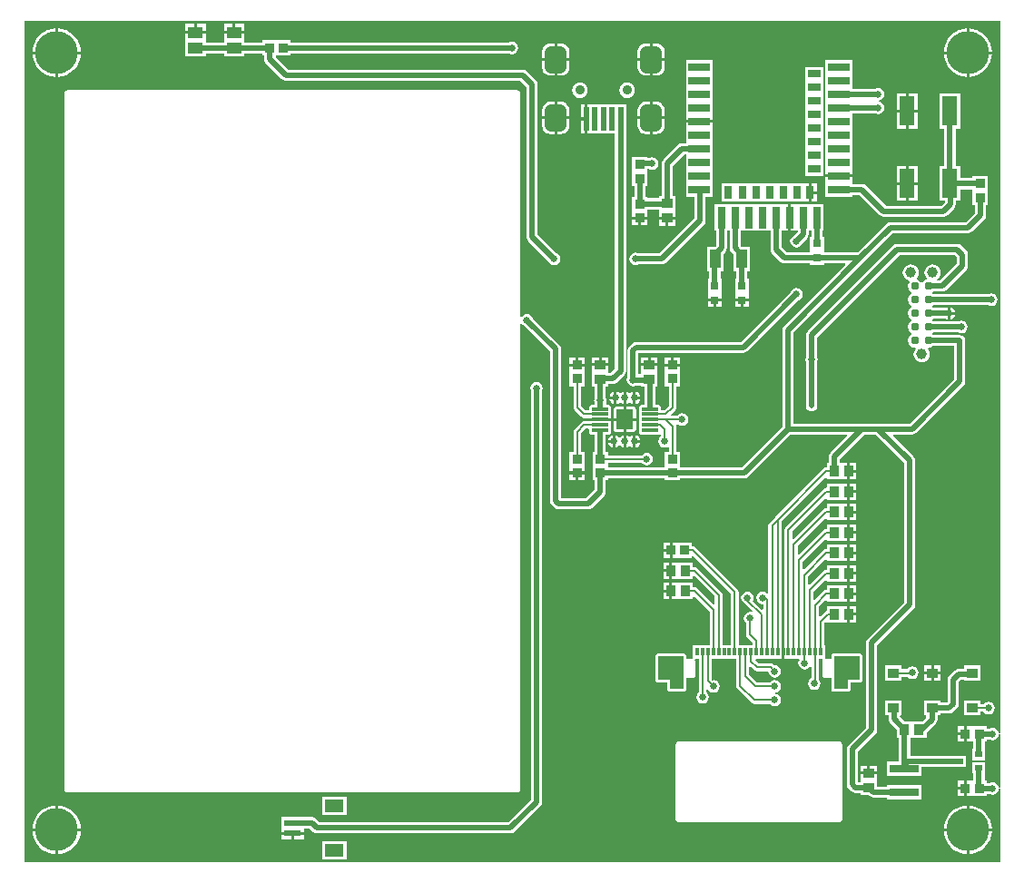
<source format=gtl>
G04*
G04 #@! TF.GenerationSoftware,Altium Limited,Altium Designer,19.1.9 (167)*
G04*
G04 Layer_Physical_Order=1*
G04 Layer_Color=255*
%FSLAX25Y25*%
%MOIN*%
G70*
G01*
G75*
%ADD21R,0.02600X0.02200*%
%ADD24C,0.03900*%
%ADD49R,0.03937X0.03543*%
%ADD50R,0.03347X0.03740*%
%ADD51R,0.03543X0.03937*%
%ADD52R,0.10630X0.03150*%
%ADD53C,0.03100*%
%ADD54R,0.03740X0.03347*%
%ADD55R,0.03150X0.02953*%
%ADD56R,0.03937X0.07087*%
G04:AMPARAMS|DCode=57|XSize=11.81mil|YSize=61.02mil|CornerRadius=1.95mil|HoleSize=0mil|Usage=FLASHONLY|Rotation=90.000|XOffset=0mil|YOffset=0mil|HoleType=Round|Shape=RoundedRectangle|*
%AMROUNDEDRECTD57*
21,1,0.01181,0.05713,0,0,90.0*
21,1,0.00791,0.06102,0,0,90.0*
1,1,0.00390,0.02856,0.00396*
1,1,0.00390,0.02856,-0.00396*
1,1,0.00390,-0.02856,-0.00396*
1,1,0.00390,-0.02856,0.00396*
%
%ADD57ROUNDEDRECTD57*%
G04:AMPARAMS|DCode=58|XSize=61.81mil|YSize=74.02mil|CornerRadius=1.85mil|HoleSize=0mil|Usage=FLASHONLY|Rotation=0.000|XOffset=0mil|YOffset=0mil|HoleType=Round|Shape=RoundedRectangle|*
%AMROUNDEDRECTD58*
21,1,0.06181,0.07031,0,0,0.0*
21,1,0.05810,0.07402,0,0,0.0*
1,1,0.00371,0.02905,-0.03515*
1,1,0.00371,-0.02905,-0.03515*
1,1,0.00371,-0.02905,0.03515*
1,1,0.00371,0.02905,0.03515*
%
%ADD58ROUNDEDRECTD58*%
%ADD59R,0.05512X0.04134*%
%ADD60R,0.03937X0.03937*%
%ADD61R,0.01181X0.03150*%
%ADD62R,0.06102X0.02362*%
%ADD63R,0.07087X0.04724*%
%ADD64R,0.04016X0.03465*%
%ADD65R,0.07874X0.03150*%
%ADD66R,0.03150X0.07874*%
G04:AMPARAMS|DCode=67|XSize=78.74mil|YSize=98.43mil|CornerRadius=19.68mil|HoleSize=0mil|Usage=FLASHONLY|Rotation=0.000|XOffset=0mil|YOffset=0mil|HoleType=Round|Shape=RoundedRectangle|*
%AMROUNDEDRECTD67*
21,1,0.07874,0.05906,0,0,0.0*
21,1,0.03937,0.09843,0,0,0.0*
1,1,0.03937,0.01968,-0.02953*
1,1,0.03937,-0.01968,-0.02953*
1,1,0.03937,-0.01968,0.02953*
1,1,0.03937,0.01968,0.02953*
%
%ADD67ROUNDEDRECTD67*%
%ADD68R,0.01968X0.08858*%
%ADD69R,0.05512X0.10827*%
%ADD70C,0.00748*%
%ADD71C,0.02000*%
%ADD72R,0.03150X0.04724*%
%ADD73R,0.04724X0.03150*%
%ADD74C,0.03543*%
%ADD75C,0.02500*%
%ADD76C,0.05000*%
%ADD77C,0.01968*%
%ADD78C,0.15748*%
G36*
X358268Y47182D02*
X357768Y47133D01*
X357727Y47338D01*
X357620Y47878D01*
X357122Y48622D01*
X356378Y49119D01*
X355500Y49294D01*
X354622Y49119D01*
X354502Y49039D01*
X353232D01*
Y49870D01*
X345945D01*
Y47000D01*
Y44130D01*
X348490D01*
Y41550D01*
X348200D01*
Y37350D01*
X352800D01*
Y41550D01*
X352569D01*
Y44130D01*
X353232D01*
Y44961D01*
X354502D01*
X354622Y44881D01*
X355500Y44706D01*
X356378Y44881D01*
X357122Y45378D01*
X357620Y46122D01*
X357727Y46662D01*
X357768Y46867D01*
X358268Y46818D01*
Y27182D01*
X357768Y27132D01*
X357727Y27338D01*
X357620Y27878D01*
X357122Y28622D01*
X356378Y29120D01*
X355500Y29294D01*
X354622Y29120D01*
X354502Y29039D01*
X353232D01*
Y29870D01*
X352569D01*
Y32450D01*
X352800D01*
Y36650D01*
X348200D01*
Y32450D01*
X348490D01*
Y29870D01*
X345945D01*
Y27000D01*
Y24130D01*
X353232D01*
Y24961D01*
X354502D01*
X354622Y24881D01*
X355500Y24706D01*
X356378Y24881D01*
X357122Y25378D01*
X357620Y26122D01*
X357727Y26662D01*
X357768Y26867D01*
X358268Y26818D01*
Y0D01*
X0D01*
Y309055D01*
X358268D01*
Y47182D01*
D02*
G37*
%LPC*%
G36*
X80724Y307776D02*
X77472D01*
Y305213D01*
X80724D01*
Y307776D01*
D02*
G37*
G36*
X66551D02*
X63299D01*
Y305213D01*
X66551D01*
Y307776D01*
D02*
G37*
G36*
X76465D02*
X73213D01*
Y305213D01*
X76465D01*
Y307776D01*
D02*
G37*
G36*
X62291D02*
X59039D01*
Y305213D01*
X62291D01*
Y307776D01*
D02*
G37*
G36*
X80724Y304205D02*
X76968D01*
X73213D01*
Y301039D01*
X66551D01*
Y304205D01*
X62795D01*
X59039D01*
Y301642D01*
Y295933D01*
X66551D01*
Y296961D01*
X73213D01*
Y295933D01*
X80724D01*
Y296961D01*
X87268D01*
Y296130D01*
X87902D01*
Y295059D01*
X88057Y294279D01*
X88499Y293617D01*
X94382Y287734D01*
X94500Y287558D01*
X95161Y287116D01*
X95942Y286961D01*
X182155D01*
X184461Y284655D01*
Y229500D01*
X184616Y228720D01*
X185058Y228058D01*
X192352Y220764D01*
X192380Y220622D01*
X192878Y219878D01*
X193622Y219380D01*
X194500Y219206D01*
X195378Y219380D01*
X196122Y219878D01*
X196619Y220622D01*
X196794Y221500D01*
X196619Y222378D01*
X196122Y223122D01*
X195378Y223620D01*
X195236Y223648D01*
X188539Y230345D01*
Y285500D01*
X188384Y286280D01*
X187942Y286942D01*
X184442Y290442D01*
X183780Y290884D01*
X183000Y291039D01*
X96845D01*
X92254Y295630D01*
X92461Y296130D01*
X97732D01*
Y296961D01*
X178002D01*
X178122Y296881D01*
X179000Y296706D01*
X179878Y296881D01*
X180622Y297378D01*
X181120Y298122D01*
X181294Y299000D01*
X181120Y299878D01*
X180622Y300622D01*
X179878Y301119D01*
X179000Y301294D01*
X178122Y301119D01*
X178002Y301039D01*
X97732D01*
Y301870D01*
X87268D01*
Y301039D01*
X80724D01*
Y301642D01*
Y304205D01*
D02*
G37*
G36*
X346961Y306111D02*
Y297748D01*
X355324D01*
X355202Y298984D01*
X354695Y300657D01*
X353871Y302198D01*
X352762Y303549D01*
X351411Y304658D01*
X349869Y305482D01*
X348196Y305990D01*
X346961Y306111D01*
D02*
G37*
G36*
X345953D02*
X344717Y305990D01*
X343044Y305482D01*
X341503Y304658D01*
X340152Y303549D01*
X339042Y302198D01*
X338218Y300657D01*
X337711Y298984D01*
X337589Y297748D01*
X345953D01*
Y306111D01*
D02*
G37*
G36*
X12315D02*
Y297748D01*
X20678D01*
X20557Y298984D01*
X20049Y300657D01*
X19225Y302198D01*
X18116Y303549D01*
X16765Y304658D01*
X15223Y305482D01*
X13551Y305990D01*
X12315Y306111D01*
D02*
G37*
G36*
X11307D02*
X10071Y305990D01*
X8399Y305482D01*
X6857Y304658D01*
X5506Y303549D01*
X4397Y302198D01*
X3573Y300657D01*
X3065Y298984D01*
X2944Y297748D01*
X11307D01*
Y306111D01*
D02*
G37*
G36*
X232087Y300715D02*
X230622D01*
Y295272D01*
X235081D01*
Y297721D01*
X234979Y298495D01*
X234680Y299218D01*
X234204Y299838D01*
X233584Y300313D01*
X232862Y300613D01*
X232087Y300715D01*
D02*
G37*
G36*
X197047D02*
X195583D01*
Y295272D01*
X200041D01*
Y297721D01*
X199939Y298495D01*
X199640Y299218D01*
X199164Y299838D01*
X198544Y300313D01*
X197822Y300613D01*
X197047Y300715D01*
D02*
G37*
G36*
X194575D02*
X193110D01*
X192335Y300613D01*
X191613Y300313D01*
X190993Y299838D01*
X190517Y299218D01*
X190218Y298495D01*
X190116Y297721D01*
Y295272D01*
X194575D01*
Y300715D01*
D02*
G37*
G36*
X229614D02*
X228150D01*
X227375Y300613D01*
X226653Y300313D01*
X226032Y299838D01*
X225557Y299218D01*
X225257Y298495D01*
X225155Y297721D01*
Y295272D01*
X229614D01*
Y300715D01*
D02*
G37*
G36*
X235081Y294264D02*
X230622D01*
Y288821D01*
X232087D01*
X232862Y288923D01*
X233584Y289222D01*
X234204Y289698D01*
X234680Y290318D01*
X234979Y291040D01*
X235081Y291815D01*
Y294264D01*
D02*
G37*
G36*
X229614D02*
X225155D01*
Y291815D01*
X225257Y291040D01*
X225557Y290318D01*
X226032Y289698D01*
X226653Y289222D01*
X227375Y288923D01*
X228150Y288821D01*
X229614D01*
Y294264D01*
D02*
G37*
G36*
X200041D02*
X195583D01*
Y288821D01*
X197047D01*
X197822Y288923D01*
X198544Y289222D01*
X199164Y289698D01*
X199640Y290318D01*
X199939Y291040D01*
X200041Y291815D01*
Y294264D01*
D02*
G37*
G36*
X194575D02*
X190116D01*
Y291815D01*
X190218Y291040D01*
X190517Y290318D01*
X190993Y289698D01*
X191613Y289222D01*
X192335Y288923D01*
X193110Y288821D01*
X194575D01*
Y294264D01*
D02*
G37*
G36*
X355324Y296740D02*
X346961D01*
Y288377D01*
X348196Y288498D01*
X349869Y289006D01*
X351411Y289830D01*
X352762Y290939D01*
X353871Y292290D01*
X354695Y293832D01*
X355202Y295504D01*
X355324Y296740D01*
D02*
G37*
G36*
X345953D02*
X337589D01*
X337711Y295504D01*
X338218Y293832D01*
X339042Y292290D01*
X340152Y290939D01*
X341503Y289830D01*
X343044Y289006D01*
X344717Y288498D01*
X345953Y288377D01*
Y296740D01*
D02*
G37*
G36*
X20678D02*
X12315D01*
Y288377D01*
X13551Y288498D01*
X15223Y289006D01*
X16765Y289830D01*
X18116Y290939D01*
X19225Y292290D01*
X20049Y293832D01*
X20557Y295504D01*
X20678Y296740D01*
D02*
G37*
G36*
X11307D02*
X2944D01*
X3065Y295504D01*
X3573Y293832D01*
X4397Y292290D01*
X5506Y290939D01*
X6857Y289830D01*
X8399Y289006D01*
X10071Y288498D01*
X11307Y288377D01*
Y296740D01*
D02*
G37*
G36*
X221260Y286264D02*
X220536Y286169D01*
X219862Y285890D01*
X219283Y285445D01*
X218839Y284866D01*
X218560Y284192D01*
X218464Y283469D01*
X218560Y282745D01*
X218839Y282071D01*
X219283Y281492D01*
X219862Y281048D01*
X220536Y280768D01*
X221260Y280673D01*
X221983Y280768D01*
X222658Y281048D01*
X223237Y281492D01*
X223681Y282071D01*
X223960Y282745D01*
X224055Y283469D01*
X223960Y284192D01*
X223681Y284866D01*
X223237Y285445D01*
X222658Y285890D01*
X221983Y286169D01*
X221260Y286264D01*
D02*
G37*
G36*
X203937D02*
X203214Y286169D01*
X202539Y285890D01*
X201960Y285445D01*
X201516Y284866D01*
X201237Y284192D01*
X201141Y283469D01*
X201237Y282745D01*
X201516Y282071D01*
X201960Y281492D01*
X202539Y281048D01*
X203214Y280768D01*
X203937Y280673D01*
X204661Y280768D01*
X205335Y281048D01*
X205914Y281492D01*
X206358Y282071D01*
X206637Y282745D01*
X206733Y283469D01*
X206637Y284192D01*
X206358Y284866D01*
X205914Y285445D01*
X205335Y285890D01*
X204661Y286169D01*
X203937Y286264D01*
D02*
G37*
G36*
X327882Y282201D02*
X324630D01*
Y276291D01*
X327882D01*
Y282201D01*
D02*
G37*
G36*
X323622D02*
X320370D01*
Y276291D01*
X323622D01*
Y282201D01*
D02*
G37*
G36*
X303992Y294575D02*
X294118D01*
Y289425D01*
Y284425D01*
Y279425D01*
Y274425D01*
Y269425D01*
Y264425D01*
Y259425D01*
Y254425D01*
Y252504D01*
X299055D01*
X303992D01*
Y254425D01*
Y259425D01*
Y264425D01*
Y269425D01*
Y274961D01*
X312502D01*
X312622Y274881D01*
X313500Y274706D01*
X314378Y274881D01*
X315122Y275378D01*
X315619Y276122D01*
X315794Y277000D01*
X315619Y277878D01*
X315122Y278622D01*
X314378Y279119D01*
X313746Y279245D01*
Y279755D01*
X314378Y279880D01*
X315122Y280378D01*
X315619Y281122D01*
X315794Y282000D01*
X315619Y282878D01*
X315122Y283622D01*
X314378Y284120D01*
X313500Y284294D01*
X312622Y284120D01*
X312502Y284039D01*
X303992D01*
Y289425D01*
Y294575D01*
D02*
G37*
G36*
X232087Y279258D02*
X230622D01*
Y273815D01*
X235081D01*
Y276264D01*
X234979Y277039D01*
X234680Y277761D01*
X234204Y278381D01*
X233584Y278857D01*
X232862Y279156D01*
X232087Y279258D01*
D02*
G37*
G36*
X229614D02*
X228150D01*
X227375Y279156D01*
X226653Y278857D01*
X226032Y278381D01*
X225557Y277761D01*
X225257Y277039D01*
X225155Y276264D01*
Y273815D01*
X229614D01*
Y279258D01*
D02*
G37*
G36*
X197047D02*
X195583D01*
Y273815D01*
X200041D01*
Y276264D01*
X199939Y277039D01*
X199640Y277761D01*
X199164Y278381D01*
X198544Y278857D01*
X197822Y279156D01*
X197047Y279258D01*
D02*
G37*
G36*
X194575D02*
X193110D01*
X192335Y279156D01*
X191613Y278857D01*
X190993Y278381D01*
X190517Y277761D01*
X190218Y277039D01*
X190116Y276264D01*
Y273815D01*
X194575D01*
Y279258D01*
D02*
G37*
G36*
X205795Y278366D02*
X204315D01*
Y273441D01*
X205795D01*
Y278366D01*
D02*
G37*
G36*
X252811Y294575D02*
X242937D01*
Y289425D01*
Y284425D01*
Y279425D01*
Y274425D01*
Y272504D01*
X247874D01*
X252811D01*
Y274425D01*
Y279425D01*
Y284425D01*
Y289425D01*
Y294575D01*
D02*
G37*
G36*
X327882Y275284D02*
X324630D01*
Y269374D01*
X327882D01*
Y275284D01*
D02*
G37*
G36*
X323622D02*
X320370D01*
Y269374D01*
X323622D01*
Y275284D01*
D02*
G37*
G36*
X205795Y272433D02*
X204315D01*
Y267508D01*
X205795D01*
Y272433D01*
D02*
G37*
G36*
X235081Y272807D02*
X230622D01*
Y267364D01*
X232087D01*
X232862Y267466D01*
X233584Y267765D01*
X234204Y268241D01*
X234680Y268861D01*
X234979Y269583D01*
X235081Y270358D01*
Y272807D01*
D02*
G37*
G36*
X229614D02*
X225155D01*
Y270358D01*
X225257Y269583D01*
X225557Y268861D01*
X226032Y268241D01*
X226653Y267765D01*
X227375Y267466D01*
X228150Y267364D01*
X229614D01*
Y272807D01*
D02*
G37*
G36*
X200041Y272807D02*
X195583D01*
Y267364D01*
X197047D01*
X197822Y267466D01*
X198544Y267765D01*
X199164Y268241D01*
X199640Y268861D01*
X199939Y269583D01*
X200041Y270358D01*
Y272807D01*
D02*
G37*
G36*
X194575D02*
X190116D01*
Y270358D01*
X190218Y269583D01*
X190517Y268861D01*
X190993Y268241D01*
X191613Y267765D01*
X192335Y267466D01*
X193110Y267364D01*
X194575D01*
Y272807D01*
D02*
G37*
G36*
X293362Y292075D02*
X286638D01*
Y286925D01*
Y281925D01*
Y276925D01*
Y271925D01*
Y266925D01*
Y261925D01*
Y256925D01*
Y251925D01*
X293362D01*
Y256925D01*
Y261925D01*
Y266925D01*
Y271925D01*
Y276925D01*
Y281925D01*
Y286925D01*
Y292075D01*
D02*
G37*
G36*
X327882Y255626D02*
X324630D01*
Y249716D01*
X327882D01*
Y255626D01*
D02*
G37*
G36*
X323622D02*
X320370D01*
Y249716D01*
X323622D01*
Y255626D01*
D02*
G37*
G36*
X291039Y249181D02*
X288968D01*
Y246323D01*
X291039D01*
Y249181D01*
D02*
G37*
G36*
X327882Y248709D02*
X324630D01*
Y242799D01*
X327882D01*
Y248709D01*
D02*
G37*
G36*
X323622D02*
X320370D01*
Y242799D01*
X323622D01*
Y248709D01*
D02*
G37*
G36*
X291039Y245315D02*
X288968D01*
Y242457D01*
X291039D01*
Y245315D01*
D02*
G37*
G36*
X287961Y249181D02*
X255890D01*
Y242457D01*
X287961D01*
Y245819D01*
Y249181D01*
D02*
G37*
G36*
X228870Y236094D02*
X226504D01*
Y233925D01*
X228870D01*
Y236094D01*
D02*
G37*
G36*
X225496D02*
X223130D01*
Y233925D01*
X225496D01*
Y236094D01*
D02*
G37*
G36*
X238968Y235996D02*
X236504D01*
Y233728D01*
X238968D01*
Y235996D01*
D02*
G37*
G36*
X235496D02*
X233032D01*
Y233728D01*
X235496D01*
Y235996D01*
D02*
G37*
G36*
X252811Y271496D02*
X247874D01*
X242937D01*
Y269425D01*
Y264039D01*
X241500D01*
X240720Y263884D01*
X240058Y263442D01*
X240058Y263442D01*
X234558Y257942D01*
X234116Y257280D01*
X233961Y256500D01*
Y244587D01*
X233032D01*
Y243805D01*
X228870D01*
Y244390D01*
X228039D01*
Y248425D01*
X228870D01*
Y254461D01*
X229502D01*
X229622Y254380D01*
X230500Y254206D01*
X231378Y254380D01*
X232122Y254878D01*
X232620Y255622D01*
X232794Y256500D01*
X232620Y257378D01*
X232122Y258122D01*
X231378Y258619D01*
X230500Y258794D01*
X229622Y258619D01*
X229502Y258539D01*
X228870D01*
Y258890D01*
X223130D01*
Y253543D01*
Y248425D01*
X223961D01*
Y244390D01*
X223130D01*
Y239043D01*
Y237102D01*
X226000D01*
X228870D01*
Y239727D01*
X233032D01*
Y237004D01*
X236000D01*
X238968D01*
Y239043D01*
Y244587D01*
X238039D01*
Y255655D01*
X242345Y259961D01*
X242937D01*
Y254425D01*
Y249425D01*
Y244425D01*
X245961D01*
Y236345D01*
X233155Y223539D01*
X225498D01*
X225378Y223620D01*
X224500Y223794D01*
X223622Y223620D01*
X222878Y223122D01*
X222380Y222378D01*
X222206Y221500D01*
X222380Y220622D01*
X222878Y219878D01*
X223622Y219380D01*
X224500Y219206D01*
X225378Y219380D01*
X225498Y219461D01*
X234000D01*
X234780Y219616D01*
X235442Y220058D01*
X249442Y234058D01*
X249884Y234720D01*
X250039Y235500D01*
Y244425D01*
X252811D01*
Y249425D01*
Y254425D01*
Y259425D01*
Y264425D01*
Y269425D01*
Y271496D01*
D02*
G37*
G36*
X181102Y283500D02*
X15748D01*
X15358Y283422D01*
X15027Y283201D01*
X14806Y282871D01*
X14728Y282480D01*
Y26575D01*
X14806Y26185D01*
X15027Y25854D01*
X15358Y25633D01*
X15748Y25555D01*
X181102D01*
X181492Y25633D01*
X181823Y25854D01*
X182044Y26185D01*
X182122Y26575D01*
Y197609D01*
X182622Y197761D01*
X182878Y197378D01*
X183622Y196880D01*
X183764Y196852D01*
X192961Y187655D01*
Y132672D01*
X193116Y131891D01*
X193558Y131230D01*
X194730Y130058D01*
X194730Y130058D01*
X195391Y129616D01*
X196172Y129461D01*
X207000D01*
X207780Y129616D01*
X208442Y130058D01*
X212942Y134558D01*
X213384Y135220D01*
X213539Y136000D01*
Y140209D01*
X214370D01*
Y140872D01*
X235130D01*
Y140268D01*
X240870D01*
Y140902D01*
X264319D01*
X265099Y141057D01*
X265761Y141499D01*
X281223Y156961D01*
X301924D01*
X302115Y156499D01*
X295901Y150284D01*
X295459Y149623D01*
X295303Y148843D01*
Y146468D01*
X294571D01*
Y145386D01*
X294500Y144901D01*
X293964Y144794D01*
X293509Y144491D01*
X275584Y126565D01*
X273616Y124597D01*
X273312Y124142D01*
X273205Y123606D01*
Y98649D01*
X272705Y98498D01*
X272622Y98622D01*
X271878Y99119D01*
X271000Y99294D01*
X270122Y99119D01*
X269378Y98622D01*
X268881Y97878D01*
X268706Y97000D01*
X268881Y96122D01*
X269378Y95378D01*
X270122Y94881D01*
X271000Y94706D01*
X271237Y94511D01*
Y92898D01*
X270775Y92706D01*
X267515Y95966D01*
X267619Y96122D01*
X267794Y97000D01*
X267619Y97878D01*
X267122Y98622D01*
X266378Y99119D01*
X265500Y99294D01*
X264622Y99119D01*
X263878Y98622D01*
X263381Y97878D01*
X263206Y97000D01*
X263381Y96122D01*
X263878Y95378D01*
X264622Y94881D01*
X264642Y94876D01*
X267392Y92126D01*
X267146Y91666D01*
X266500Y91794D01*
X265622Y91619D01*
X264878Y91122D01*
X264381Y90378D01*
X264206Y89500D01*
X264381Y88622D01*
X264878Y87878D01*
X265099Y87730D01*
Y83503D01*
X265206Y82967D01*
X265509Y82512D01*
X267304Y80718D01*
Y79748D01*
X262228D01*
Y99173D01*
X262228Y99173D01*
X262121Y99709D01*
X261817Y100164D01*
X246491Y115491D01*
X246036Y115794D01*
X245500Y115901D01*
X245173D01*
Y117370D01*
X237886D01*
Y114500D01*
Y111630D01*
X245173D01*
Y112192D01*
X245635Y112384D01*
X259426Y98593D01*
Y79748D01*
X256322D01*
Y98079D01*
X256216Y98615D01*
X255912Y99069D01*
X246991Y107991D01*
X246536Y108294D01*
X246000Y108401D01*
X245429D01*
Y109968D01*
X237846D01*
Y107000D01*
Y104032D01*
X245429D01*
Y104936D01*
X245891Y105128D01*
X253520Y97498D01*
Y94614D01*
X253058Y94423D01*
X246991Y100491D01*
X246536Y100794D01*
X246000Y100901D01*
X245429D01*
Y102469D01*
X237846D01*
Y99500D01*
Y96531D01*
X245429D01*
Y97436D01*
X245891Y97628D01*
X251552Y91967D01*
Y79748D01*
X245457D01*
X245457Y74800D01*
X245276Y74651D01*
X245064Y74651D01*
X243146D01*
Y75596D01*
X243068Y75987D01*
X242847Y76317D01*
X242516Y76538D01*
X242126Y76616D01*
X232677D01*
X232287Y76538D01*
X231956Y76317D01*
X231735Y75987D01*
X231658Y75596D01*
Y66935D01*
X231735Y66545D01*
X231956Y66214D01*
X232287Y65993D01*
X232677Y65916D01*
X235988D01*
Y63589D01*
X236066Y63198D01*
X236287Y62868D01*
X236618Y62647D01*
X237008Y62569D01*
X242126D01*
X242516Y62647D01*
X242847Y62868D01*
X243068Y63198D01*
X243146Y63589D01*
Y67494D01*
X245276D01*
X245666Y67572D01*
X245997Y67793D01*
X246218Y68124D01*
X246295Y68514D01*
Y73632D01*
X246218Y74022D01*
X246167Y74098D01*
X246434Y74598D01*
X247611D01*
Y62278D01*
X247378Y62122D01*
X246881Y61378D01*
X246706Y60500D01*
X246881Y59622D01*
X247378Y58878D01*
X248122Y58381D01*
X249000Y58206D01*
X249878Y58381D01*
X250622Y58878D01*
X251119Y59622D01*
X251294Y60500D01*
X251119Y61378D01*
X250622Y62122D01*
X250413Y62262D01*
Y63234D01*
X250497Y63296D01*
X251177Y63178D01*
X251378Y62878D01*
X252122Y62381D01*
X253000Y62206D01*
X253878Y62381D01*
X254622Y62878D01*
X255119Y63622D01*
X255294Y64500D01*
X255119Y65378D01*
X254622Y66122D01*
X253878Y66619D01*
X253000Y66794D01*
X252739Y66742D01*
X252385Y67096D01*
Y74598D01*
X261394D01*
Y64705D01*
X261501Y64169D01*
X261805Y63714D01*
X267009Y58509D01*
X267464Y58206D01*
X268000Y58099D01*
X268000Y58099D01*
X273730D01*
X273878Y57878D01*
X274622Y57381D01*
X275500Y57206D01*
X276378Y57381D01*
X277122Y57878D01*
X277620Y58622D01*
X277794Y59500D01*
X277620Y60378D01*
X277122Y61122D01*
X276378Y61619D01*
X275746Y61745D01*
Y62255D01*
X276378Y62381D01*
X277122Y62878D01*
X277620Y63622D01*
X277794Y64500D01*
X277620Y65378D01*
X277122Y66122D01*
X276378Y66619D01*
X275500Y66794D01*
X274622Y66619D01*
X273878Y66122D01*
X273730Y65901D01*
X269080D01*
X266165Y68817D01*
Y71701D01*
X266627Y71892D01*
X268009Y70509D01*
X268464Y70206D01*
X269000Y70099D01*
X269000Y70099D01*
X273125D01*
X273206Y70000D01*
X273380Y69122D01*
X273878Y68378D01*
X274622Y67881D01*
X275500Y67706D01*
X276378Y67881D01*
X277122Y68378D01*
X277620Y69122D01*
X277794Y70000D01*
X277620Y70878D01*
X277122Y71622D01*
X276378Y72119D01*
X275500Y72294D01*
X275239Y72242D01*
X274991Y72491D01*
X274536Y72794D01*
X274000Y72901D01*
X269580D01*
X268383Y74098D01*
X268590Y74598D01*
X278166D01*
Y77173D01*
Y79748D01*
X277976D01*
Y124995D01*
X294109Y141128D01*
X294571Y140936D01*
Y140532D01*
X302153D01*
Y143500D01*
Y146468D01*
X299382D01*
Y147998D01*
X308345Y156961D01*
X312655D01*
X322961Y146655D01*
Y95345D01*
X309558Y81942D01*
X309116Y81280D01*
X308961Y80500D01*
Y49345D01*
X302558Y42942D01*
X302116Y42280D01*
X301961Y41500D01*
Y28514D01*
X302116Y27734D01*
X302558Y27072D01*
X303730Y25901D01*
X303730Y25901D01*
X304391Y25459D01*
X305172Y25303D01*
X307031D01*
Y24571D01*
X310085D01*
X310428Y24227D01*
X311090Y23785D01*
X311870Y23630D01*
X316685D01*
Y23095D01*
X329315D01*
Y28244D01*
X316685D01*
Y27709D01*
X312968D01*
Y29886D01*
Y32154D01*
X307031D01*
Y29382D01*
X306039D01*
Y40655D01*
X312442Y47058D01*
X312442Y47058D01*
X312884Y47720D01*
X313039Y48500D01*
Y79655D01*
X326442Y93058D01*
X326884Y93720D01*
X327039Y94500D01*
Y147500D01*
X327039Y147500D01*
X326884Y148280D01*
X326442Y148942D01*
X318885Y156499D01*
X319076Y156961D01*
X326000D01*
X326780Y157116D01*
X327442Y157558D01*
X344942Y175058D01*
X345384Y175720D01*
X345539Y176500D01*
Y191500D01*
X345384Y192280D01*
X344942Y192942D01*
X344280Y193384D01*
X343500Y193539D01*
X333538D01*
X333425Y193614D01*
X333397Y194151D01*
X333732Y194461D01*
X343002D01*
X343122Y194380D01*
X344000Y194206D01*
X344878Y194380D01*
X345622Y194878D01*
X346119Y195622D01*
X346294Y196500D01*
X346119Y197378D01*
X345622Y198122D01*
X344878Y198619D01*
X344000Y198794D01*
X343122Y198619D01*
X343002Y198539D01*
X333538D01*
X333425Y198615D01*
X333397Y199151D01*
X333732Y199461D01*
X338502D01*
X338622Y199381D01*
X338996Y199306D01*
Y201500D01*
Y203694D01*
X338622Y203620D01*
X338502Y203539D01*
X333538D01*
X333425Y203614D01*
X333397Y204151D01*
X333732Y204461D01*
X354002D01*
X354122Y204380D01*
X355000Y204206D01*
X355878Y204380D01*
X356622Y204878D01*
X357119Y205622D01*
X357294Y206500D01*
X357119Y207378D01*
X356622Y208122D01*
X355878Y208619D01*
X355000Y208794D01*
X354122Y208619D01*
X354002Y208539D01*
X333538D01*
X333425Y208614D01*
X333397Y209151D01*
X333732Y209461D01*
X337000D01*
X337780Y209616D01*
X338442Y210058D01*
X345942Y217558D01*
X346384Y218220D01*
X346539Y219000D01*
Y223000D01*
X346384Y223780D01*
X345942Y224442D01*
X343942Y226442D01*
X343280Y226884D01*
X342500Y227039D01*
X320500D01*
X319720Y226884D01*
X319058Y226442D01*
X287558Y194942D01*
X287116Y194280D01*
X286961Y193500D01*
Y185498D01*
X286880Y185378D01*
X286706Y184500D01*
X286880Y183622D01*
X286961Y183502D01*
Y167500D01*
X287116Y166720D01*
X287558Y166058D01*
X288220Y165616D01*
X289000Y165461D01*
X289780Y165616D01*
X290442Y166058D01*
X290884Y166720D01*
X291039Y167500D01*
Y183502D01*
X291120Y183622D01*
X291294Y184500D01*
X291120Y185378D01*
X291039Y185498D01*
Y192655D01*
X321345Y222961D01*
X341655D01*
X342461Y222155D01*
Y219845D01*
X336155Y213539D01*
X335309D01*
X335139Y214039D01*
X335604Y214396D01*
X336077Y215012D01*
X336374Y215730D01*
X336475Y216500D01*
X336374Y217270D01*
X336077Y217988D01*
X335604Y218604D01*
X334988Y219077D01*
X334270Y219374D01*
X333500Y219476D01*
X332730Y219374D01*
X332012Y219077D01*
X331396Y218604D01*
X330923Y217988D01*
X330626Y217270D01*
X330524Y216500D01*
X330626Y215730D01*
X330923Y215012D01*
X331334Y214477D01*
X331245Y213950D01*
X331005Y213902D01*
X330161Y213338D01*
X329801Y212798D01*
X329199D01*
X328838Y213338D01*
X327995Y213902D01*
X327755Y213950D01*
X327666Y214477D01*
X328077Y215012D01*
X328374Y215730D01*
X328475Y216500D01*
X328374Y217270D01*
X328077Y217988D01*
X327604Y218604D01*
X326988Y219077D01*
X326270Y219374D01*
X325500Y219476D01*
X324730Y219374D01*
X324012Y219077D01*
X323396Y218604D01*
X322923Y217988D01*
X322626Y217270D01*
X322524Y216500D01*
X322626Y215730D01*
X322923Y215012D01*
X323396Y214396D01*
X324012Y213923D01*
X324730Y213626D01*
X324755Y213623D01*
X324993Y213087D01*
X324598Y212495D01*
X324400Y211500D01*
X324598Y210505D01*
X325162Y209662D01*
X325702Y209301D01*
Y208699D01*
X325162Y208338D01*
X324598Y207495D01*
X324400Y206500D01*
X324598Y205505D01*
X325162Y204662D01*
X325702Y204301D01*
Y203699D01*
X325162Y203338D01*
X324598Y202495D01*
X324400Y201500D01*
X324598Y200505D01*
X325162Y199662D01*
X325702Y199301D01*
Y198699D01*
X325162Y198338D01*
X324598Y197495D01*
X324400Y196500D01*
X324598Y195505D01*
X325162Y194662D01*
X325702Y194301D01*
Y193699D01*
X325162Y193338D01*
X324598Y192495D01*
X324400Y191500D01*
X324598Y190505D01*
X325162Y189662D01*
X326005Y189098D01*
X327000Y188900D01*
X327274Y188445D01*
X326923Y187988D01*
X326626Y187270D01*
X326524Y186500D01*
X326626Y185730D01*
X326923Y185012D01*
X327396Y184396D01*
X328012Y183923D01*
X328730Y183626D01*
X329500Y183525D01*
X330270Y183626D01*
X330988Y183923D01*
X331604Y184396D01*
X332077Y185012D01*
X332374Y185730D01*
X332475Y186500D01*
X332374Y187270D01*
X332077Y187988D01*
X331726Y188445D01*
X332000Y188900D01*
X332995Y189098D01*
X333538Y189461D01*
X341461D01*
Y177345D01*
X325155Y161039D01*
X307500D01*
X307500Y161039D01*
X307500Y161039D01*
X282417D01*
Y194533D01*
X308284Y220401D01*
X318845Y230961D01*
X346500D01*
X347280Y231116D01*
X347942Y231558D01*
X352442Y236058D01*
X352884Y236720D01*
X353039Y237500D01*
Y241327D01*
X353870D01*
Y246445D01*
Y251791D01*
X348130D01*
Y251157D01*
X343630D01*
Y255626D01*
X341913D01*
Y269374D01*
X343630D01*
Y282201D01*
X336118D01*
Y269374D01*
X337835D01*
Y255626D01*
X336118D01*
Y242799D01*
X337896D01*
X337915Y242299D01*
X336655Y241039D01*
X316345D01*
X308942Y248442D01*
X308280Y248884D01*
X307500Y249039D01*
X303992D01*
Y251496D01*
X299055D01*
X294118D01*
Y249425D01*
Y244425D01*
X303992D01*
Y244961D01*
X306655D01*
X314058Y237558D01*
X314720Y237116D01*
X315500Y236961D01*
X337500D01*
X338280Y237116D01*
X338942Y237558D01*
X341410Y240027D01*
X341852Y240688D01*
X342008Y241469D01*
Y242799D01*
X343630D01*
Y247079D01*
X348130D01*
Y241327D01*
X348961D01*
Y238345D01*
X345655Y235039D01*
X318000D01*
X317220Y234884D01*
X316558Y234442D01*
X305998Y223882D01*
X293726D01*
X293575Y224319D01*
Y224681D01*
X293575D01*
Y229634D01*
X293021D01*
Y231827D01*
X293539D01*
Y241701D01*
X281469D01*
Y236764D01*
Y231827D01*
X283925D01*
Y231309D01*
X282764Y230148D01*
X282622Y230119D01*
X281878Y229622D01*
X281381Y228878D01*
X281206Y228000D01*
X281381Y227122D01*
X281878Y226378D01*
X282622Y225881D01*
X283500Y225706D01*
X284378Y225881D01*
X285122Y226378D01*
X285619Y227122D01*
X285648Y227264D01*
X287406Y229023D01*
X287849Y229684D01*
X288004Y230465D01*
Y231827D01*
X288943D01*
Y229634D01*
X288425D01*
Y224681D01*
X288425D01*
Y224382D01*
X288274Y223882D01*
X280002D01*
X278004Y225880D01*
Y231827D01*
X280461D01*
Y236764D01*
Y241701D01*
X253390D01*
Y231827D01*
X253925D01*
Y226305D01*
X253663Y226043D01*
X250610D01*
Y216957D01*
X251500D01*
Y214134D01*
X250925D01*
Y209319D01*
X250925Y209181D01*
Y208819D01*
X250925Y208681D01*
Y206846D01*
X253500D01*
X256075D01*
Y208681D01*
X256075Y208819D01*
Y209181D01*
X256075Y209319D01*
Y214134D01*
X255578D01*
Y216957D01*
X256547D01*
Y223160D01*
X257406Y224019D01*
X257849Y224680D01*
X258004Y225461D01*
Y231827D01*
X258925D01*
Y225532D01*
X259081Y224751D01*
X259523Y224090D01*
X260453Y223160D01*
Y216957D01*
X261421D01*
Y214134D01*
X260925D01*
Y209319D01*
X260925Y209181D01*
Y208819D01*
X260925Y208681D01*
Y206846D01*
X263500D01*
X266075D01*
Y208681D01*
X266075Y208819D01*
Y209181D01*
X266075Y209319D01*
Y214134D01*
X265500D01*
Y216957D01*
X266390D01*
Y226043D01*
X263337D01*
X263004Y226376D01*
Y231827D01*
X273925D01*
Y225035D01*
X274081Y224255D01*
X274523Y223593D01*
X277716Y220401D01*
X278377Y219959D01*
X279157Y219803D01*
X288425D01*
Y219366D01*
X293575D01*
Y219803D01*
X301266D01*
X301458Y219341D01*
X278936Y196820D01*
X278494Y196158D01*
X278339Y195378D01*
Y159845D01*
X263474Y144980D01*
X240870D01*
Y150732D01*
X239401D01*
Y160000D01*
X239294Y160536D01*
X239653Y160887D01*
X239706Y160900D01*
X239878Y160878D01*
X240622Y160380D01*
X241500Y160206D01*
X242378Y160380D01*
X243122Y160878D01*
X243619Y161622D01*
X243794Y162500D01*
X243619Y163378D01*
X243122Y164122D01*
X242378Y164620D01*
X241500Y164794D01*
X240622Y164620D01*
X239878Y164122D01*
X239730Y163901D01*
X237535D01*
X237344Y164363D01*
X238991Y166009D01*
X239294Y166464D01*
X239401Y167000D01*
X239401Y167000D01*
Y174768D01*
X240870D01*
Y179886D01*
Y182055D01*
X235130D01*
Y179886D01*
Y174768D01*
X236599D01*
Y167580D01*
X234888Y165869D01*
X233869D01*
X233728Y166041D01*
Y166833D01*
X233635Y167299D01*
X233371Y167694D01*
X232976Y167958D01*
X232510Y168051D01*
X231693D01*
Y174571D01*
X232469D01*
Y179886D01*
Y182153D01*
X226532D01*
Y179135D01*
X225539D01*
Y186961D01*
X264000D01*
X264780Y187116D01*
X265442Y187558D01*
X284236Y206352D01*
X284378Y206381D01*
X285122Y206878D01*
X285619Y207622D01*
X285794Y208500D01*
X285619Y209378D01*
X285122Y210122D01*
X284378Y210619D01*
X283500Y210794D01*
X282622Y210619D01*
X281878Y210122D01*
X281381Y209378D01*
X281352Y209236D01*
X263155Y191039D01*
X224672D01*
X223891Y190884D01*
X223230Y190442D01*
X223230Y190442D01*
X222058Y189270D01*
X221616Y188609D01*
X221461Y187828D01*
Y177998D01*
X221380Y177878D01*
X221206Y177000D01*
X221380Y176122D01*
X221878Y175378D01*
X222622Y174881D01*
X223500Y174706D01*
X224378Y174881D01*
X224641Y175057D01*
X226532D01*
Y174571D01*
X227614D01*
Y168051D01*
X226797D01*
X226331Y167958D01*
X225936Y167694D01*
X225672Y167299D01*
X225579Y166833D01*
Y166041D01*
X225672Y165575D01*
X225753Y165453D01*
X225672Y165330D01*
X225579Y164864D01*
Y164073D01*
X225672Y163607D01*
X225753Y163484D01*
X225672Y163362D01*
X225579Y162896D01*
Y162104D01*
X225672Y161638D01*
X225753Y161516D01*
X225672Y161393D01*
X225579Y160927D01*
Y160136D01*
X225672Y159670D01*
X225753Y159547D01*
X225672Y159425D01*
X225579Y158959D01*
Y158167D01*
X225672Y157701D01*
X225936Y157306D01*
X226331Y157042D01*
X226797Y156949D01*
X232510D01*
X232976Y157042D01*
X233099Y157124D01*
X233599Y156857D01*
Y156270D01*
X233378Y156122D01*
X232880Y155378D01*
X232706Y154500D01*
X232880Y153622D01*
X233378Y152878D01*
X234122Y152381D01*
X235000Y152206D01*
X235878Y152381D01*
X236158Y152568D01*
X236599Y152332D01*
Y150732D01*
X235130D01*
Y144951D01*
X214370D01*
Y146599D01*
X226730D01*
X226878Y146378D01*
X227622Y145880D01*
X228500Y145706D01*
X229378Y145880D01*
X230122Y146378D01*
X230620Y147122D01*
X230794Y148000D01*
X230620Y148878D01*
X230122Y149622D01*
X229378Y150119D01*
X228500Y150294D01*
X227622Y150119D01*
X226878Y149622D01*
X226730Y149401D01*
X214370D01*
Y150673D01*
X213386D01*
Y156949D01*
X214203D01*
X214669Y157042D01*
X215064Y157306D01*
X215328Y157701D01*
X215421Y158167D01*
Y158959D01*
X215328Y159425D01*
X215247Y159547D01*
X215328Y159670D01*
X215421Y160136D01*
Y160927D01*
X215328Y161393D01*
X215247Y161516D01*
X215328Y161638D01*
X215400Y161996D01*
X214754D01*
X214669Y162053D01*
X214203Y162146D01*
X211347D01*
X208490D01*
X208024Y162053D01*
X207939Y161996D01*
X207183D01*
X207131Y161932D01*
X205532D01*
X204995Y161826D01*
X204541Y161522D01*
X202009Y158991D01*
X201706Y158536D01*
X201599Y158000D01*
Y150732D01*
X200130D01*
Y145386D01*
Y143445D01*
X203000D01*
X205870D01*
Y145386D01*
Y150732D01*
X204401D01*
Y157420D01*
X206112Y159131D01*
X207131D01*
X207272Y158959D01*
Y158167D01*
X207365Y157701D01*
X207629Y157306D01*
X208024Y157042D01*
X208490Y156949D01*
X209307D01*
Y150673D01*
X208630D01*
Y145327D01*
Y140209D01*
X209461D01*
Y136845D01*
X206155Y133539D01*
X197039D01*
Y188500D01*
X196884Y189280D01*
X196442Y189942D01*
X186648Y199736D01*
X186619Y199878D01*
X186122Y200622D01*
X185378Y201119D01*
X184500Y201294D01*
X183622Y201119D01*
X182878Y200622D01*
X182622Y200239D01*
X182122Y200391D01*
Y282480D01*
X182044Y282871D01*
X181823Y283201D01*
X181492Y283422D01*
X181102Y283500D01*
D02*
G37*
G36*
X266075Y205839D02*
X264004D01*
Y203866D01*
X266075D01*
Y205839D01*
D02*
G37*
G36*
X262996D02*
X260925D01*
Y203866D01*
X262996D01*
Y205839D01*
D02*
G37*
G36*
X256075D02*
X254004D01*
Y203866D01*
X256075D01*
Y205839D01*
D02*
G37*
G36*
X252996D02*
X250925D01*
Y203866D01*
X252996D01*
Y205839D01*
D02*
G37*
G36*
X340004Y203694D02*
Y202004D01*
X341694D01*
X341619Y202378D01*
X341122Y203122D01*
X340378Y203620D01*
X340004Y203694D01*
D02*
G37*
G36*
X341694Y200996D02*
X340004D01*
Y199306D01*
X340378Y199381D01*
X341122Y199878D01*
X341619Y200622D01*
X341694Y200996D01*
D02*
G37*
G36*
X232469Y185429D02*
X230004D01*
Y183161D01*
X232469D01*
Y185429D01*
D02*
G37*
G36*
X228996D02*
X226532D01*
Y183161D01*
X228996D01*
Y185429D01*
D02*
G37*
G36*
X214469D02*
X212004D01*
Y183161D01*
X214469D01*
Y185429D01*
D02*
G37*
G36*
X210996D02*
X208531D01*
Y183161D01*
X210996D01*
Y185429D01*
D02*
G37*
G36*
X240870Y185232D02*
X238504D01*
Y183063D01*
X240870D01*
Y185232D01*
D02*
G37*
G36*
X237496D02*
X235130D01*
Y183063D01*
X237496D01*
Y185232D01*
D02*
G37*
G36*
X205870D02*
X203504D01*
Y183063D01*
X205870D01*
Y185232D01*
D02*
G37*
G36*
X202496D02*
X200130D01*
Y183063D01*
X202496D01*
Y185232D01*
D02*
G37*
G36*
X220882Y278366D02*
X206803D01*
Y272937D01*
Y267508D01*
X216859D01*
Y181242D01*
X215155Y179539D01*
X214469D01*
Y182153D01*
X208531D01*
Y179886D01*
Y174571D01*
X209307D01*
Y170010D01*
X209206Y169500D01*
X209307Y168990D01*
Y168051D01*
X208490D01*
X208024Y167958D01*
X207629Y167694D01*
X207365Y167299D01*
X207272Y166833D01*
Y166041D01*
X207134Y165873D01*
X206108D01*
X204401Y167580D01*
Y174768D01*
X205870D01*
Y179886D01*
Y182055D01*
X200130D01*
Y179886D01*
Y174768D01*
X201599D01*
Y167000D01*
X201706Y166464D01*
X202009Y166009D01*
X204537Y163482D01*
X204991Y163178D01*
X205528Y163072D01*
X207128D01*
X207183Y163004D01*
X207939D01*
X208024Y162947D01*
X208490Y162854D01*
X211347D01*
X214203D01*
X214669Y162947D01*
X214754Y163004D01*
X215400D01*
X215328Y163362D01*
X215247Y163484D01*
X215328Y163607D01*
X215421Y164073D01*
Y164864D01*
X215328Y165330D01*
X215247Y165453D01*
X215328Y165575D01*
X215421Y166041D01*
Y166833D01*
X215328Y167299D01*
X215064Y167694D01*
X214669Y167958D01*
X214203Y168051D01*
X213839D01*
X213572Y168551D01*
X213619Y168622D01*
X213794Y169500D01*
X213619Y170378D01*
X213386Y170728D01*
Y174571D01*
X214469D01*
Y175461D01*
X216000D01*
X216780Y175616D01*
X217442Y176058D01*
X220340Y178956D01*
X220782Y179617D01*
X220937Y180398D01*
X220937Y180398D01*
Y272937D01*
X220882Y273213D01*
Y278366D01*
D02*
G37*
G36*
X223496Y172694D02*
X223122Y172619D01*
X222378Y172122D01*
X222122D01*
X221378Y172619D01*
X221004Y172694D01*
Y170500D01*
Y168306D01*
X221378Y168380D01*
X222122Y168878D01*
X222378D01*
X223122Y168380D01*
X223496Y168306D01*
Y170500D01*
Y172694D01*
D02*
G37*
G36*
X219996D02*
X219622Y172619D01*
X218878Y172122D01*
X218622D01*
X217878Y172619D01*
X217504Y172694D01*
Y170500D01*
Y168306D01*
X217878Y168380D01*
X218622Y168878D01*
X218878D01*
X219622Y168380D01*
X219996Y168306D01*
Y170500D01*
Y172694D01*
D02*
G37*
G36*
X224504D02*
Y171004D01*
X226194D01*
X226119Y171378D01*
X225622Y172122D01*
X224878Y172619D01*
X224504Y172694D01*
D02*
G37*
G36*
X216496D02*
X216122Y172619D01*
X215378Y172122D01*
X214880Y171378D01*
X214806Y171004D01*
X216496D01*
Y172694D01*
D02*
G37*
G36*
X226194Y169996D02*
X224504D01*
Y168306D01*
X224878Y168380D01*
X225622Y168878D01*
X226119Y169622D01*
X226194Y169996D01*
D02*
G37*
G36*
X216496D02*
X214806D01*
X214880Y169622D01*
X215378Y168878D01*
X216122Y168380D01*
X216496Y168306D01*
Y169996D01*
D02*
G37*
G36*
X223405Y167224D02*
X221004D01*
Y163004D01*
X224614D01*
Y166015D01*
X224522Y166478D01*
X224260Y166870D01*
X223868Y167132D01*
X223405Y167224D01*
D02*
G37*
G36*
X219996D02*
X217595D01*
X217132Y167132D01*
X216740Y166870D01*
X216478Y166478D01*
X216386Y166015D01*
Y163004D01*
X219996D01*
Y167224D01*
D02*
G37*
G36*
X224614Y161996D02*
X221004D01*
Y157776D01*
X223405D01*
X223868Y157868D01*
X224260Y158130D01*
X224522Y158522D01*
X224614Y158985D01*
Y161996D01*
D02*
G37*
G36*
X219996D02*
X216386D01*
Y158985D01*
X216478Y158522D01*
X216740Y158130D01*
X217132Y157868D01*
X217595Y157776D01*
X219996D01*
Y161996D01*
D02*
G37*
G36*
X223496Y156694D02*
X223122Y156620D01*
X222378Y156122D01*
X222122D01*
X221378Y156620D01*
X221004Y156694D01*
Y154500D01*
Y152306D01*
X221378Y152381D01*
X222122Y152878D01*
X222378D01*
X223122Y152381D01*
X223496Y152306D01*
Y154500D01*
Y156694D01*
D02*
G37*
G36*
X219996D02*
X219622Y156620D01*
X218878Y156122D01*
X218750Y155931D01*
X218250D01*
X218122Y156122D01*
X217378Y156620D01*
X217004Y156694D01*
Y154500D01*
Y152306D01*
X217378Y152381D01*
X218122Y152878D01*
X218250Y153069D01*
X218750D01*
X218878Y152878D01*
X219622Y152381D01*
X219996Y152306D01*
Y154500D01*
Y156694D01*
D02*
G37*
G36*
X224504D02*
Y155004D01*
X226194D01*
X226119Y155378D01*
X225622Y156122D01*
X224878Y156620D01*
X224504Y156694D01*
D02*
G37*
G36*
X215996D02*
X215622Y156620D01*
X214878Y156122D01*
X214381Y155378D01*
X214306Y155004D01*
X215996D01*
Y156694D01*
D02*
G37*
G36*
X226194Y153996D02*
X224504D01*
Y152306D01*
X224878Y152381D01*
X225622Y152878D01*
X226119Y153622D01*
X226194Y153996D01*
D02*
G37*
G36*
X215996D02*
X214306D01*
X214381Y153622D01*
X214878Y152878D01*
X215622Y152381D01*
X215996Y152306D01*
Y153996D01*
D02*
G37*
G36*
X305429Y146468D02*
X303161D01*
Y144004D01*
X305429D01*
Y146468D01*
D02*
G37*
G36*
Y142996D02*
X303161D01*
Y140532D01*
X305429D01*
Y142996D01*
D02*
G37*
G36*
X205870Y142437D02*
X203504D01*
Y140268D01*
X205870D01*
Y142437D01*
D02*
G37*
G36*
X202496D02*
X200130D01*
Y140268D01*
X202496D01*
Y142437D01*
D02*
G37*
G36*
X305429Y138969D02*
X303161D01*
Y136504D01*
X305429D01*
Y138969D01*
D02*
G37*
G36*
Y135496D02*
X303161D01*
Y133031D01*
X305429D01*
Y135496D01*
D02*
G37*
G36*
X302153Y138969D02*
X294571D01*
Y137886D01*
X294500Y137401D01*
X293964Y137294D01*
X293509Y136991D01*
X293509Y136991D01*
X279521Y123002D01*
X279218Y122548D01*
X279111Y122012D01*
Y79748D01*
X278921D01*
Y77173D01*
Y74598D01*
X284332D01*
X284567Y74158D01*
X284381Y73878D01*
X284206Y73000D01*
X284381Y72122D01*
X284878Y71378D01*
X285622Y70881D01*
X286500Y70706D01*
X287378Y70881D01*
X288122Y71378D01*
X288453Y71874D01*
X288953Y71722D01*
Y67507D01*
X288378Y67122D01*
X287880Y66378D01*
X287706Y65500D01*
X287880Y64622D01*
X288378Y63878D01*
X289122Y63381D01*
X290000Y63206D01*
X290878Y63381D01*
X291622Y63878D01*
X292120Y64622D01*
X292294Y65500D01*
X292120Y66378D01*
X291755Y66923D01*
Y74598D01*
X292936D01*
X293203Y74098D01*
X293152Y74022D01*
X293075Y73632D01*
Y68514D01*
X293152Y68124D01*
X293374Y67793D01*
X293704Y67572D01*
X294094Y67494D01*
X296224D01*
Y63589D01*
X296302Y63198D01*
X296523Y62868D01*
X296854Y62647D01*
X297244Y62569D01*
X302362D01*
X302752Y62647D01*
X303083Y62868D01*
X303304Y63198D01*
X303382Y63589D01*
Y65916D01*
X306693D01*
X307083Y65993D01*
X307414Y66214D01*
X307635Y66545D01*
X307713Y66935D01*
Y75596D01*
X307635Y75987D01*
X307414Y76317D01*
X307083Y76538D01*
X306693Y76616D01*
X297244D01*
X296854Y76538D01*
X296523Y76317D01*
X296302Y75987D01*
X296224Y75596D01*
Y74651D01*
X294306D01*
X294094Y74651D01*
X293913Y74800D01*
X293913Y79748D01*
X293724D01*
Y87743D01*
X294176Y88195D01*
X294571Y88032D01*
Y88032D01*
X302153D01*
Y91000D01*
Y93968D01*
X294571D01*
Y92316D01*
X294464Y92294D01*
X294009Y91991D01*
X292217Y90198D01*
X291755Y90390D01*
Y93774D01*
X294109Y96128D01*
X294571Y95936D01*
Y95531D01*
X302153D01*
Y98500D01*
Y101469D01*
X294571D01*
Y99901D01*
X294500D01*
X293964Y99794D01*
X293509Y99491D01*
X293509Y99491D01*
X290249Y96230D01*
X289787Y96421D01*
Y99306D01*
X294109Y103628D01*
X294571Y103436D01*
Y103032D01*
X302153D01*
Y106000D01*
Y108968D01*
X294571D01*
Y107401D01*
X294500D01*
X293964Y107294D01*
X293509Y106991D01*
X293509Y106991D01*
X288280Y101761D01*
X287818Y101953D01*
Y104837D01*
X294109Y111128D01*
X294571Y110936D01*
Y110531D01*
X302153D01*
Y113500D01*
Y116469D01*
X294571D01*
Y114901D01*
X294500D01*
X293964Y114794D01*
X293509Y114491D01*
X293509Y114491D01*
X286312Y107293D01*
X285850Y107484D01*
Y110369D01*
X294109Y118628D01*
X294571Y118436D01*
Y118032D01*
X302153D01*
Y121000D01*
Y123969D01*
X294571D01*
Y122401D01*
X294500D01*
X293964Y122294D01*
X293509Y121991D01*
X284343Y112824D01*
X283881Y113016D01*
Y115900D01*
X294109Y126128D01*
X294571Y125936D01*
Y125531D01*
X302153D01*
Y128500D01*
Y131468D01*
X294571D01*
Y130386D01*
X294500Y129901D01*
X293964Y129794D01*
X293509Y129491D01*
X293509Y129491D01*
X282375Y118356D01*
X281913Y118547D01*
Y121432D01*
X294109Y133628D01*
X294571Y133436D01*
Y133031D01*
X302153D01*
Y136000D01*
Y138969D01*
D02*
G37*
G36*
X305429Y131468D02*
X303161D01*
Y129004D01*
X305429D01*
Y131468D01*
D02*
G37*
G36*
Y127996D02*
X303161D01*
Y125531D01*
X305429D01*
Y127996D01*
D02*
G37*
G36*
Y123969D02*
X303161D01*
Y121504D01*
X305429D01*
Y123969D01*
D02*
G37*
G36*
Y120496D02*
X303161D01*
Y118032D01*
X305429D01*
Y120496D01*
D02*
G37*
G36*
X236878Y117370D02*
X234709D01*
Y115004D01*
X236878D01*
Y117370D01*
D02*
G37*
G36*
X305429Y116469D02*
X303161D01*
Y114004D01*
X305429D01*
Y116469D01*
D02*
G37*
G36*
X236878Y113996D02*
X234709D01*
Y111630D01*
X236878D01*
Y113996D01*
D02*
G37*
G36*
X305429Y112996D02*
X303161D01*
Y110531D01*
X305429D01*
Y112996D01*
D02*
G37*
G36*
X236839Y109968D02*
X234571D01*
Y107504D01*
X236839D01*
Y109968D01*
D02*
G37*
G36*
X305429Y108968D02*
X303161D01*
Y106504D01*
X305429D01*
Y108968D01*
D02*
G37*
G36*
X236839Y106496D02*
X234571D01*
Y104032D01*
X236839D01*
Y106496D01*
D02*
G37*
G36*
X305429Y105496D02*
X303161D01*
Y103032D01*
X305429D01*
Y105496D01*
D02*
G37*
G36*
X236839Y102469D02*
X234571D01*
Y100004D01*
X236839D01*
Y102469D01*
D02*
G37*
G36*
X305429Y101469D02*
X303161D01*
Y99004D01*
X305429D01*
Y101469D01*
D02*
G37*
G36*
X236839Y98996D02*
X234571D01*
Y96531D01*
X236839D01*
Y98996D01*
D02*
G37*
G36*
X305429Y97996D02*
X303161D01*
Y95531D01*
X305429D01*
Y97996D01*
D02*
G37*
G36*
Y93968D02*
X303161D01*
Y91504D01*
X305429D01*
Y93968D01*
D02*
G37*
G36*
Y90496D02*
X303161D01*
Y88032D01*
X305429D01*
Y90496D01*
D02*
G37*
G36*
X336508Y72169D02*
X334004D01*
Y69941D01*
X336508D01*
Y72169D01*
D02*
G37*
G36*
X332996D02*
X330492D01*
Y69941D01*
X332996D01*
Y72169D01*
D02*
G37*
G36*
X322008D02*
X315992D01*
Y66705D01*
X322008D01*
Y68036D01*
X324272D01*
X324378Y67878D01*
X325122Y67381D01*
X326000Y67206D01*
X326878Y67381D01*
X327622Y67878D01*
X328119Y68622D01*
X328294Y69500D01*
X328119Y70378D01*
X327622Y71122D01*
X326878Y71619D01*
X326000Y71794D01*
X325122Y71619D01*
X324378Y71122D01*
X324188Y70838D01*
X322008D01*
Y72169D01*
D02*
G37*
G36*
X351008D02*
X344992D01*
Y71031D01*
X342992D01*
X342212Y70876D01*
X341550Y70434D01*
X339558Y68442D01*
X339116Y67780D01*
X338961Y67000D01*
Y58845D01*
X338655Y58539D01*
X336508D01*
Y59295D01*
X330492D01*
Y53831D01*
X331185D01*
Y53069D01*
X329585Y51468D01*
X323297D01*
X321435Y53331D01*
X321605Y53831D01*
X322008D01*
Y59295D01*
X315992D01*
Y53831D01*
X317236D01*
Y52606D01*
X317392Y51826D01*
X317834Y51164D01*
X320413Y48585D01*
Y45531D01*
X321146D01*
Y36906D01*
X316685D01*
Y31756D01*
X329315D01*
Y34961D01*
X341200D01*
Y34900D01*
X345800D01*
Y39100D01*
X341200D01*
Y39039D01*
X325224D01*
Y45531D01*
X331272D01*
Y47388D01*
X334666Y50783D01*
X335108Y51444D01*
X335264Y52224D01*
Y53831D01*
X336508D01*
Y54461D01*
X339500D01*
X340280Y54616D01*
X340942Y55058D01*
X342442Y56558D01*
X342884Y57220D01*
X343039Y58000D01*
Y66155D01*
X343837Y66953D01*
X344992D01*
Y66705D01*
X351008D01*
Y72169D01*
D02*
G37*
G36*
X336508Y68933D02*
X334004D01*
Y66705D01*
X336508D01*
Y68933D01*
D02*
G37*
G36*
X332996D02*
X330492D01*
Y66705D01*
X332996D01*
Y68933D01*
D02*
G37*
G36*
X351008Y59295D02*
X344992D01*
Y53831D01*
X351008D01*
Y55162D01*
X352188D01*
X352378Y54878D01*
X353122Y54381D01*
X354000Y54206D01*
X354878Y54381D01*
X355622Y54878D01*
X356119Y55622D01*
X356294Y56500D01*
X356119Y57378D01*
X355622Y58122D01*
X354878Y58619D01*
X354000Y58794D01*
X353122Y58619D01*
X352378Y58122D01*
X352272Y57964D01*
X351008D01*
Y59295D01*
D02*
G37*
G36*
X344937Y49870D02*
X342768D01*
Y47504D01*
X344937D01*
Y49870D01*
D02*
G37*
G36*
Y46496D02*
X342768D01*
Y44130D01*
X344937D01*
Y46496D01*
D02*
G37*
G36*
X312968Y35429D02*
X310504D01*
Y33161D01*
X312968D01*
Y35429D01*
D02*
G37*
G36*
X309496D02*
X307031D01*
Y33161D01*
X309496D01*
Y35429D01*
D02*
G37*
G36*
X344937Y29870D02*
X342768D01*
Y27504D01*
X344937D01*
Y29870D01*
D02*
G37*
G36*
Y26496D02*
X342768D01*
Y24130D01*
X344937D01*
Y26496D01*
D02*
G37*
G36*
X118299Y24098D02*
X109213D01*
Y17374D01*
X118299D01*
Y24098D01*
D02*
G37*
G36*
X299213Y44327D02*
X240158D01*
X239767Y44249D01*
X239437Y44028D01*
X239215Y43697D01*
X239138Y43307D01*
Y15748D01*
X239215Y15358D01*
X239437Y15027D01*
X239767Y14806D01*
X240158Y14728D01*
X299213D01*
X299603Y14806D01*
X299934Y15027D01*
X300155Y15358D01*
X300232Y15748D01*
Y43307D01*
X300155Y43697D01*
X299934Y44028D01*
X299603Y44249D01*
X299213Y44327D01*
D02*
G37*
G36*
X188000Y176294D02*
X187122Y176119D01*
X186378Y175622D01*
X185880Y174878D01*
X185706Y174000D01*
X185880Y173122D01*
X185961Y173002D01*
Y22845D01*
X177655Y14539D01*
X108345D01*
X107005Y15879D01*
X106343Y16321D01*
X105563Y16476D01*
X102551D01*
Y16618D01*
X94449D01*
Y12256D01*
Y11004D01*
X98500D01*
X102551D01*
Y12398D01*
X104718D01*
X106058Y11058D01*
X106720Y10616D01*
X107500Y10461D01*
X178500D01*
X179280Y10616D01*
X179942Y11058D01*
X189442Y20558D01*
X189884Y21220D01*
X190039Y22000D01*
Y173002D01*
X190120Y173122D01*
X190294Y174000D01*
X190120Y174878D01*
X189622Y175622D01*
X188878Y176119D01*
X188000Y176294D01*
D02*
G37*
G36*
X346961Y20678D02*
Y12315D01*
X355324D01*
X355202Y13551D01*
X354695Y15223D01*
X353871Y16765D01*
X352762Y18116D01*
X351411Y19225D01*
X349869Y20049D01*
X348196Y20557D01*
X346961Y20678D01*
D02*
G37*
G36*
X345953D02*
X344717Y20557D01*
X343044Y20049D01*
X341503Y19225D01*
X340152Y18116D01*
X339042Y16765D01*
X338218Y15223D01*
X337711Y13551D01*
X337589Y12315D01*
X345953D01*
Y20678D01*
D02*
G37*
G36*
X12315D02*
Y12315D01*
X20678D01*
X20557Y13551D01*
X20049Y15223D01*
X19225Y16765D01*
X18116Y18116D01*
X16765Y19225D01*
X15223Y20049D01*
X13551Y20557D01*
X12315Y20678D01*
D02*
G37*
G36*
X11307D02*
X10071Y20557D01*
X8399Y20049D01*
X6857Y19225D01*
X5506Y18116D01*
X4397Y16765D01*
X3573Y15223D01*
X3065Y13551D01*
X2944Y12315D01*
X11307D01*
Y20678D01*
D02*
G37*
G36*
X102551Y9996D02*
X99004D01*
Y8319D01*
X102551D01*
Y9996D01*
D02*
G37*
G36*
X97996D02*
X94449D01*
Y8319D01*
X97996D01*
Y9996D01*
D02*
G37*
G36*
X355324Y11307D02*
X346961D01*
Y2944D01*
X348196Y3065D01*
X349869Y3573D01*
X351411Y4397D01*
X352762Y5506D01*
X353871Y6857D01*
X354695Y8399D01*
X355202Y10071D01*
X355324Y11307D01*
D02*
G37*
G36*
X345953D02*
X337589D01*
X337711Y10071D01*
X338218Y8399D01*
X339042Y6857D01*
X340152Y5506D01*
X341503Y4397D01*
X343044Y3573D01*
X344717Y3065D01*
X345953Y2944D01*
Y11307D01*
D02*
G37*
G36*
X20678D02*
X12315D01*
Y2944D01*
X13551Y3065D01*
X15223Y3573D01*
X16765Y4397D01*
X18116Y5506D01*
X19225Y6857D01*
X20049Y8399D01*
X20557Y10071D01*
X20678Y11307D01*
D02*
G37*
G36*
X11307D02*
X2944D01*
X3065Y10071D01*
X3573Y8399D01*
X4397Y6857D01*
X5506Y5506D01*
X6857Y4397D01*
X8399Y3573D01*
X10071Y3065D01*
X11307Y2944D01*
Y11307D01*
D02*
G37*
G36*
X118299Y7563D02*
X109213D01*
Y839D01*
X118299D01*
Y7563D01*
D02*
G37*
%LPD*%
G36*
X242126Y63589D02*
X237008D01*
Y66935D01*
X232677D01*
Y75596D01*
X242126D01*
Y63589D01*
D02*
G37*
G36*
X306693Y66935D02*
X302362D01*
Y63589D01*
X297244D01*
Y75596D01*
X306693D01*
Y66935D01*
D02*
G37*
D21*
X343500Y37000D02*
D03*
X350500Y39450D02*
D03*
Y34550D02*
D03*
D24*
X325500Y216500D02*
D03*
X333500D02*
D03*
X329500Y186500D02*
D03*
D49*
X310000Y32658D02*
D03*
Y27343D02*
D03*
X236000Y236500D02*
D03*
Y241815D02*
D03*
X229500Y182658D02*
D03*
Y177342D02*
D03*
X211500Y182658D02*
D03*
Y177342D02*
D03*
D50*
X350559Y27000D02*
D03*
X345441D02*
D03*
X345441Y47000D02*
D03*
X350559D02*
D03*
X242500Y114500D02*
D03*
X237382D02*
D03*
X89941Y299000D02*
D03*
X95059D02*
D03*
D51*
X328500Y48500D02*
D03*
X323185D02*
D03*
X237343Y107000D02*
D03*
X242657D02*
D03*
X237343Y99500D02*
D03*
X242657D02*
D03*
X302658Y136000D02*
D03*
X297342D02*
D03*
X302658Y143500D02*
D03*
X297342D02*
D03*
X302658Y128500D02*
D03*
X297342D02*
D03*
X302658Y121000D02*
D03*
X297342D02*
D03*
X302658Y113500D02*
D03*
X297342D02*
D03*
X302658Y106000D02*
D03*
X297342D02*
D03*
X302658Y98500D02*
D03*
X297342D02*
D03*
X302658Y91000D02*
D03*
X297342D02*
D03*
D52*
X323000Y34331D02*
D03*
Y25669D02*
D03*
D53*
X327000Y211500D02*
D03*
Y206500D02*
D03*
Y196500D02*
D03*
Y201500D02*
D03*
Y191500D02*
D03*
X332000Y211500D02*
D03*
Y206500D02*
D03*
Y201500D02*
D03*
Y196500D02*
D03*
Y191500D02*
D03*
D54*
X238000Y148059D02*
D03*
Y142941D02*
D03*
X211500Y148000D02*
D03*
Y142882D02*
D03*
X203000Y148059D02*
D03*
Y142941D02*
D03*
Y177441D02*
D03*
Y182559D02*
D03*
X226000Y256217D02*
D03*
Y251098D02*
D03*
Y241717D02*
D03*
Y236598D02*
D03*
X351000Y249118D02*
D03*
Y244000D02*
D03*
X238000Y177441D02*
D03*
Y182559D02*
D03*
D55*
X263500Y211658D02*
D03*
Y206343D02*
D03*
X253500Y211658D02*
D03*
Y206343D02*
D03*
X291000Y221843D02*
D03*
Y227157D02*
D03*
D56*
X263421Y221500D02*
D03*
X253579D02*
D03*
D57*
X229654Y158563D02*
D03*
Y160531D02*
D03*
Y162500D02*
D03*
Y164469D02*
D03*
X211347Y158563D02*
D03*
Y160531D02*
D03*
Y162500D02*
D03*
Y164469D02*
D03*
Y166437D02*
D03*
X229654D02*
D03*
D58*
X220500Y162500D02*
D03*
D59*
X62795Y304709D02*
D03*
Y299000D02*
D03*
X76968D02*
D03*
Y304709D02*
D03*
D60*
X302165Y70774D02*
D03*
X237205D02*
D03*
D61*
X292323Y77173D02*
D03*
X290354D02*
D03*
X288386D02*
D03*
X286417D02*
D03*
X284449D02*
D03*
X282480D02*
D03*
X280512D02*
D03*
X278543D02*
D03*
X276575D02*
D03*
X274606D02*
D03*
X272638D02*
D03*
X270669D02*
D03*
X268701D02*
D03*
X266732D02*
D03*
X264764D02*
D03*
X262795D02*
D03*
X260827D02*
D03*
X258858D02*
D03*
X256890D02*
D03*
X254921D02*
D03*
X252953D02*
D03*
X250984D02*
D03*
X249016D02*
D03*
X247047D02*
D03*
D62*
X98500Y10500D02*
D03*
Y14437D02*
D03*
D63*
X113756Y4201D02*
D03*
Y20736D02*
D03*
D64*
X348000Y56563D02*
D03*
Y69437D02*
D03*
X319000Y56563D02*
D03*
Y69437D02*
D03*
X333500Y56563D02*
D03*
Y69437D02*
D03*
D65*
X247874Y292000D02*
D03*
Y287000D02*
D03*
Y282000D02*
D03*
Y277000D02*
D03*
Y272000D02*
D03*
Y267000D02*
D03*
Y262000D02*
D03*
Y257000D02*
D03*
Y252000D02*
D03*
Y247000D02*
D03*
X299055D02*
D03*
Y252000D02*
D03*
Y257000D02*
D03*
Y262000D02*
D03*
Y267000D02*
D03*
Y272000D02*
D03*
Y277000D02*
D03*
Y282000D02*
D03*
Y287000D02*
D03*
Y292000D02*
D03*
D66*
X255965Y236764D02*
D03*
X260965D02*
D03*
X265965D02*
D03*
X270965D02*
D03*
X275965D02*
D03*
X280965D02*
D03*
X285965D02*
D03*
X290965D02*
D03*
D67*
X195079Y273311D02*
D03*
Y294768D02*
D03*
X230118D02*
D03*
Y273311D02*
D03*
D68*
X206299Y272937D02*
D03*
X209449D02*
D03*
X218898D02*
D03*
X215748D02*
D03*
X212598D02*
D03*
D69*
X339874Y275787D02*
D03*
X324126D02*
D03*
X339874Y249213D02*
D03*
X324126D02*
D03*
D70*
X290000Y65500D02*
Y65974D01*
X290354Y66328D01*
Y77173D01*
X353937Y56563D02*
X354000Y56500D01*
X348000Y56563D02*
X353937D01*
X319000Y69437D02*
X326437D01*
X286421Y73079D02*
X286500Y73000D01*
X286421Y73079D02*
Y77169D01*
X286417Y77173D02*
X286421Y77169D01*
X326000Y69500D02*
X326500D01*
X326437Y69437D02*
X326500Y69500D01*
X235000Y154500D02*
Y159000D01*
X233472Y160528D02*
X235000Y159000D01*
X229658Y160528D02*
X233472D01*
X205528Y164472D02*
X211343D01*
X203000Y167000D02*
X205528Y164472D01*
X211500Y148000D02*
X228500D01*
X229654Y160531D02*
X229658Y160528D01*
X237000Y148059D02*
X238000Y149059D01*
X235500Y162500D02*
X241500D01*
X268000Y59500D02*
X275500D01*
X262795Y64705D02*
X268000Y59500D01*
X262795Y64705D02*
Y77173D01*
X268500Y64500D02*
X275500D01*
X264764Y68236D02*
X268500Y64500D01*
X264764Y68236D02*
Y77173D01*
X274000Y71500D02*
X275500Y70000D01*
X269000Y71500D02*
X274000D01*
X266732Y73768D02*
X269000Y71500D01*
X266732Y73768D02*
Y77173D01*
X265500Y96000D02*
Y97000D01*
Y96000D02*
X270669Y90831D01*
Y77173D02*
Y90831D01*
X268705Y77177D02*
Y81298D01*
X266500Y83503D02*
X268705Y81298D01*
X266500Y83503D02*
Y89500D01*
X254921Y77173D02*
Y98079D01*
X246000Y107000D02*
X254921Y98079D01*
X242657Y107000D02*
X246000D01*
X235500Y162500D02*
X238000Y160000D01*
Y149059D02*
Y160000D01*
X205532Y160531D02*
X211347D01*
X203000Y158000D02*
X205532Y160531D01*
X203000Y148059D02*
Y158000D01*
Y167000D02*
Y177441D01*
X250984Y66516D02*
Y77173D01*
Y66516D02*
X253000Y64500D01*
X249012Y60512D02*
Y77169D01*
X249000Y60500D02*
X249012Y60512D01*
Y77169D02*
X249016Y77173D01*
X268701D02*
X268705Y77177D01*
X274606Y77173D02*
Y123606D01*
X276575Y77173D02*
Y125575D01*
X294500Y143500D02*
X297342D01*
X276575Y125575D02*
X294500Y143500D01*
X274606Y123606D02*
X276575Y125575D01*
X271000Y97000D02*
X272000D01*
X272638Y96362D01*
Y77173D02*
Y96362D01*
X211343Y164472D02*
X211347Y164469D01*
X238000Y167000D02*
Y177441D01*
X235469Y164469D02*
X238000Y167000D01*
X229654Y164469D02*
X235469D01*
X229654Y162500D02*
X235500D01*
X242500Y114500D02*
X245500D01*
X260827Y99173D01*
Y77173D02*
Y99173D01*
X243000Y99500D02*
X246000D01*
X252953Y92547D01*
Y77173D02*
Y92547D01*
X294500Y136000D02*
X297342D01*
X280512Y122012D02*
X294500Y136000D01*
X280512Y77173D02*
Y122012D01*
X294500Y128500D02*
X297342D01*
X282480Y116480D02*
X294500Y128500D01*
X282480Y77173D02*
Y116480D01*
X294500Y121000D02*
X297342D01*
X284449Y110949D02*
X294500Y121000D01*
X284449Y77173D02*
Y110949D01*
X294500Y113500D02*
X297342D01*
X286417Y105417D02*
X294500Y113500D01*
X286417Y77173D02*
Y105417D01*
X294500Y106000D02*
X297342D01*
X288386Y99886D02*
X294500Y106000D01*
X288386Y77173D02*
Y99886D01*
X294500Y98500D02*
X297342D01*
X290354Y94354D02*
X294500Y98500D01*
X290354Y77173D02*
Y94354D01*
X295000Y91000D02*
X297342D01*
X292323Y88323D02*
X295000Y91000D01*
X292323Y77173D02*
Y88323D01*
D71*
X89941Y295059D02*
X95942Y289058D01*
Y289000D02*
Y289058D01*
Y289000D02*
X183000D01*
X89941Y295059D02*
Y299000D01*
X186500Y229500D02*
Y285500D01*
X183000Y289000D02*
X186500Y285500D01*
Y229500D02*
X194500Y221500D01*
X211500Y136000D02*
Y142882D01*
X207000Y131500D02*
X211500Y136000D01*
X196172Y131500D02*
X207000D01*
X195000Y132672D02*
X196172Y131500D01*
X195000Y132672D02*
Y188500D01*
X184500Y199000D02*
X195000Y188500D01*
X95059Y299000D02*
X179000D01*
X211347Y167059D02*
Y177189D01*
X216000Y177500D02*
X218898Y180398D01*
Y272937D01*
X248000Y235500D02*
Y246874D01*
X247874Y247000D02*
X248000Y246874D01*
X234000Y221500D02*
X248000Y235500D01*
X224500Y221500D02*
X234000D01*
X289000Y184500D02*
Y193500D01*
Y167500D02*
Y184500D01*
Y193500D02*
X320500Y225000D01*
X342500D01*
X344500Y223000D01*
Y219000D02*
Y223000D01*
X337000Y211500D02*
X344500Y219000D01*
X332000Y211500D02*
X337000D01*
X229000Y177342D02*
X229654Y176689D01*
X223500Y187828D02*
X224672Y189000D01*
X264000D01*
X283500Y208500D01*
X223500Y177000D02*
Y187828D01*
X279157Y221843D02*
X291000D01*
X275965Y225035D02*
X279157Y221843D01*
X275965Y225035D02*
Y236764D01*
X238000Y142941D02*
X264319D01*
X280378Y159000D01*
Y195378D01*
X306842Y221843D01*
X326000Y159000D02*
X343500Y176500D01*
X313500Y159000D02*
X326000D01*
X280378D02*
X307500D01*
X343500Y176500D02*
Y191500D01*
X332000D02*
X343500D01*
X307500Y159000D02*
X313500D01*
X313500Y282000D02*
X313500Y282000D01*
X299055Y282000D02*
X313500D01*
X299055Y282000D02*
X299055Y282000D01*
X332000Y206500D02*
X355000D01*
X346500Y233000D02*
X351000Y237500D01*
X237000Y142941D02*
X238000D01*
X339968Y241469D02*
Y249118D01*
X337500Y239000D02*
X339968Y241469D01*
X339874Y249213D02*
X339968Y249118D01*
X339874Y249213D02*
Y275787D01*
X332000Y196500D02*
X344000D01*
X313500Y277000D02*
X313500Y277000D01*
X299055Y277000D02*
X313500D01*
X339968Y249118D02*
X351000D01*
X315500Y239000D02*
X337500D01*
X307500Y247000D02*
X315500Y239000D01*
X299055Y247000D02*
X307500D01*
X211347Y148153D02*
Y157941D01*
Y148153D02*
X211500Y148000D01*
X211529Y142911D02*
X236970D01*
X211500Y142882D02*
X211529Y142911D01*
X236970D02*
X237000Y142941D01*
X188000Y22000D02*
Y174000D01*
X178500Y12500D02*
X188000Y22000D01*
X107500Y12500D02*
X178500D01*
X313500Y159000D02*
X325000Y147500D01*
Y94500D02*
Y147500D01*
X311000Y80500D02*
X325000Y94500D01*
X311000Y48500D02*
Y80500D01*
X304000Y41500D02*
X311000Y48500D01*
X304000Y28514D02*
Y41500D01*
Y28514D02*
X305172Y27343D01*
X310000D01*
X350559Y47000D02*
X355500D01*
X350559Y27000D02*
X355500D01*
X310000Y27343D02*
X310197D01*
X311870Y25669D01*
X323000D01*
X323185Y35685D02*
Y48500D01*
Y34516D02*
Y35685D01*
X324500Y37000D01*
X323000Y34331D02*
X323185Y34516D01*
X319276Y52606D02*
Y56563D01*
X324500Y37000D02*
X343500D01*
X350530Y27029D02*
X350559Y27000D01*
X350530Y27029D02*
Y34521D01*
X350500Y34550D02*
X350530Y34521D01*
X350530Y46970D02*
X350559Y47000D01*
X350530Y39480D02*
Y46970D01*
X350500Y39450D02*
X350530Y39480D01*
X333224Y52224D02*
Y56563D01*
X329500Y48500D02*
X333224Y52224D01*
X328500Y48500D02*
X329500D01*
X319276Y52606D02*
X323185Y48697D01*
X333224Y56563D02*
X333500D01*
X323185Y48500D02*
Y48697D01*
X319000Y56563D02*
X319276D01*
X333563Y56500D02*
X339500D01*
X333500Y56563D02*
X333563Y56500D01*
X339500D02*
X341000Y58000D01*
Y67000D01*
X342992Y68992D01*
X347555D01*
X348000Y69437D01*
X285965Y230465D02*
Y236764D01*
X283500Y228000D02*
X285965Y230465D01*
X226284Y256500D02*
X230500D01*
X226000Y256217D02*
X226284Y256500D01*
X241500Y262000D02*
X247874D01*
X247874Y262000D01*
X236000Y256500D02*
X241500Y262000D01*
X236000Y241815D02*
Y256500D01*
X235951Y241766D02*
X236000Y241815D01*
X226049Y241766D02*
X235951D01*
X226000Y241717D02*
X226049Y241766D01*
X226000Y241717D02*
Y251098D01*
X223500Y177000D02*
X223596Y177096D01*
X228753D01*
X229000Y177342D01*
X105563Y14437D02*
X107500Y12500D01*
X98500Y14437D02*
X105563D01*
X211500Y177342D02*
X211658Y177500D01*
X211347Y177189D02*
X211500Y177342D01*
X211658Y177500D02*
X216000D01*
X297342Y148843D02*
X307500Y159000D01*
X297342Y143500D02*
Y148843D01*
X351000Y237500D02*
Y244000D01*
X318000Y233000D02*
X346500D01*
X306842Y221843D02*
X318000Y233000D01*
X291000Y221843D02*
X306842D01*
X332000Y201500D02*
X339500D01*
X229654Y167059D02*
Y176689D01*
X290982Y227175D02*
X291000Y227157D01*
X290982Y227175D02*
Y236746D01*
X290965Y236764D02*
X290982Y236746D01*
X253539Y211697D02*
Y223035D01*
X255965Y225461D01*
Y236764D01*
X263421Y221500D02*
Y223075D01*
X260965Y225532D02*
X263421Y223075D01*
X260965Y225532D02*
Y236764D01*
X263421Y221500D02*
X263461Y221461D01*
Y211697D02*
Y221461D01*
Y211697D02*
X263500Y211658D01*
X253500D02*
X253539Y211697D01*
X76968Y299000D02*
X89941D01*
X62795D02*
X76968D01*
D72*
X258465Y245819D02*
D03*
X263555D02*
D03*
X268555D02*
D03*
X273555D02*
D03*
X278555D02*
D03*
X283555D02*
D03*
X288464D02*
D03*
D73*
X290000Y254500D02*
D03*
Y259500D02*
D03*
Y264500D02*
D03*
Y269500D02*
D03*
Y274500D02*
D03*
Y279500D02*
D03*
Y284500D02*
D03*
Y289500D02*
D03*
D74*
X203937Y283469D02*
D03*
X221260D02*
D03*
D75*
X290000Y65500D02*
D03*
X354000Y56500D02*
D03*
X286500Y73000D02*
D03*
X326000Y69500D02*
D03*
X194500Y221500D02*
D03*
X184500Y199000D02*
D03*
X179000Y299000D02*
D03*
X224500Y221500D02*
D03*
X211500Y169500D02*
D03*
X289000Y184500D02*
D03*
X283500Y208500D02*
D03*
X228500Y148000D02*
D03*
X235000Y154500D02*
D03*
X241500Y162500D02*
D03*
X313500Y282000D02*
D03*
X355000Y206500D02*
D03*
X344000Y196500D02*
D03*
X313500Y277000D02*
D03*
X275500Y59500D02*
D03*
Y64500D02*
D03*
Y70000D02*
D03*
X265500Y97000D02*
D03*
X266500Y89500D02*
D03*
X253000Y64500D02*
D03*
X355500Y47000D02*
D03*
X249000Y60500D02*
D03*
X355500Y27000D02*
D03*
X283500Y228000D02*
D03*
X230500Y256500D02*
D03*
X223500Y177000D02*
D03*
X188000Y174000D02*
D03*
X339500Y201500D02*
D03*
X271000Y97000D02*
D03*
X224000Y154500D02*
D03*
X216500D02*
D03*
X220500D02*
D03*
X224000Y170500D02*
D03*
X220500D02*
D03*
X217000D02*
D03*
D76*
X237205Y70774D02*
D03*
X302165D02*
D03*
D77*
X220500Y162500D02*
D03*
X222272Y164862D02*
D03*
Y160138D02*
D03*
X218728D02*
D03*
Y164862D02*
D03*
D78*
X346457Y297244D02*
D03*
Y11811D02*
D03*
X11811D02*
D03*
Y297244D02*
D03*
M02*

</source>
